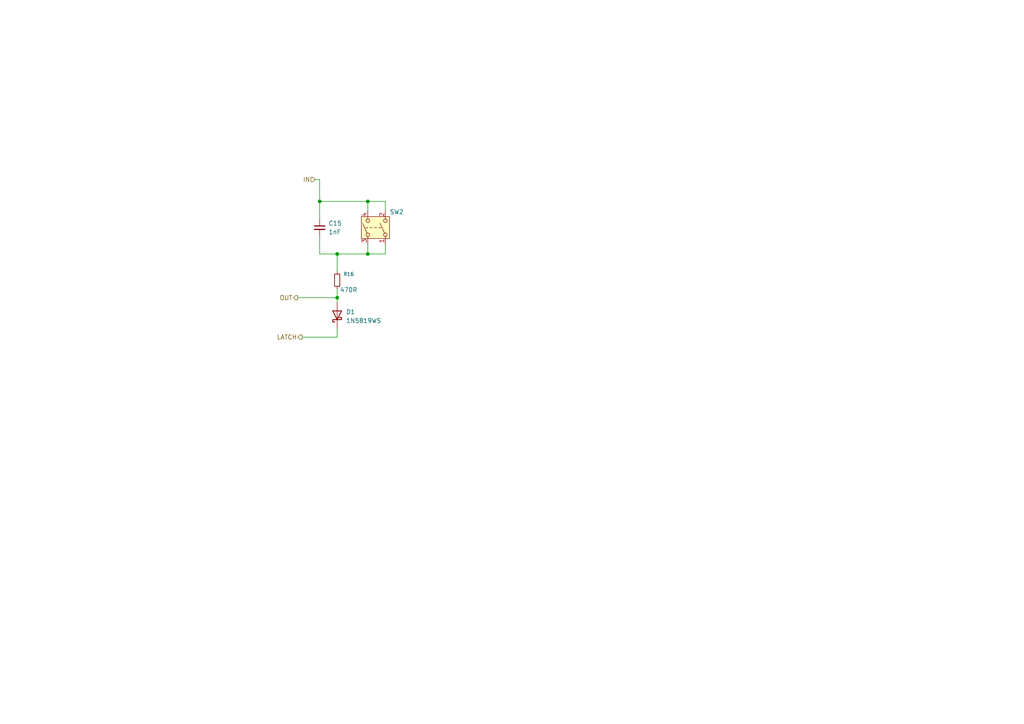
<source format=kicad_sch>
(kicad_sch (version 20250114) (generator "eeschema") (generator_version "9.0")
  (paper "A4")
  (lib_symbols
    (symbol "Device:C_Small" (pin_numbers (hide yes)) (pin_names (offset 0.254) (hide yes))
      (property "Reference" "C" (at 0.254 1.778 0))
      (property "Value" "C_Small" (at 0.254 -2.032 0))
      (symbol "C_Small_0_1"
        (polyline (pts (xy -1.524 0.508) (xy 1.524 0.508)) (stroke (width 0.3048)))
        (polyline (pts (xy -1.524 -0.508) (xy 1.524 -0.508)) (stroke (width 0.3302)))
      )
      (symbol "C_Small_1_1"
        (pin passive line (at 0 2.54 270) (length 2.032) (name "~") (number "1"))
        (pin passive line (at 0 -2.54 90) (length 2.032) (name "~") (number "2"))
      )
    )
    (symbol "Device:R_Small" (pin_numbers (hide yes)) (pin_names (offset 0.254) (hide yes))
      (property "Reference" "R" (at 0 0 90))
      (property "Value" "R_Small" (at 1.778 0 90))
      (symbol "R_Small_0_1"
        (rectangle (start -0.762 1.778) (end 0.762 -1.778) (stroke (width 0.2032)))
      )
      (symbol "R_Small_1_1"
        (pin passive line (at 0 2.54 270) (length 0.762) (name "~") (number "1"))
        (pin passive line (at 0 -2.54 90) (length 0.762) (name "~") (number "2"))
      )
    )
    (symbol "Diode:1N5819WS" (pin_numbers (hide yes)) (pin_names (offset 1.016) (hide yes))
      (property "Reference" "D" (at 0 2.54 0))
      (property "Value" "1N5819WS" (at 0 -2.54 0))
      (symbol "1N5819WS_0_1"
        (polyline (pts (xy -1.905 0.635) (xy -1.905 1.27) (xy -1.27 1.27) (xy -1.27 -1.27) (xy -0.635 -1.27) (xy -0.635 -0.635)) (stroke (width 0.254)))
        (polyline (pts (xy 1.27 1.27) (xy 1.27 -1.27) (xy -1.27 0) (xy 1.27 1.27)) (stroke (width 0.254)))
        (polyline (pts (xy 1.27 0) (xy -1.27 0)))
      )
      (symbol "1N5819WS_1_1"
        (pin passive line (at -3.81 0 0) (length 2.54) (name "K") (number "1"))
        (pin passive line (at 3.81 0 180) (length 2.54) (name "A") (number "2"))
      )
    )
    (symbol "Switch:SW_DPST" (pin_names (offset 0) (hide yes))
      (property "Reference" "SW" (at 0 6.35 0))
      (property "Value" "SW_DPST" (at 0 -5.08 0))
      (symbol "SW_DPST_0_0"
        (circle (center -2.032 2.54) (radius 0.508))
        (circle (center -2.032 -2.54) (radius 0.508))
        (polyline (pts (xy -1.524 2.794) (xy 1.27 4.064)))
        (polyline (pts (xy -1.524 -2.286) (xy 1.27 -1.016)))
        (polyline (pts (xy 0 2.54) (xy 0 3.175)))
        (polyline (pts (xy 0 1.27) (xy 0 1.905)))
        (polyline (pts (xy 0 0) (xy 0 0.635)))
        (polyline (pts (xy 0 -1.27) (xy 0 -0.635)))
        (circle (center 2.032 2.54) (radius 0.508))
        (circle (center 2.032 -2.54) (radius 0.508))
      )
      (symbol "SW_DPST_1_1"
        (rectangle (start -3.175 4.445) (end 3.175 -3.81) (fill (type background)))
        (pin passive line (at -5.08 2.54 0) (length 2.54) (name "3") (number "3"))
        (pin passive line (at -5.08 -2.54 0) (length 2.54) (name "1") (number "1"))
        (pin passive line (at 5.08 2.54 180) (length 2.54) (name "4") (number "4"))
        (pin passive line (at 5.08 -2.54 180) (length 2.54) (name "2") (number "2"))
      )
    )
  )
  (junction (at 97.79 73.66))
  (junction (at 106.68 73.66))
  (junction (at 106.68 58.42))
  (junction (at 92.71 58.42))
  (junction (at 97.79 86.36))
  (wire (pts (xy 106.68 71.12) (xy 106.68 73.66)))
  (wire (pts (xy 106.68 58.42) (xy 92.71 58.42)))
  (wire (pts (xy 97.79 86.36) (xy 97.79 87.63)))
  (wire (pts (xy 92.71 58.42) (xy 92.71 63.5)))
  (wire (pts (xy 91.44 52.07) (xy 92.71 52.07)))
  (wire (pts (xy 97.79 73.66) (xy 97.79 78.74)))
  (wire (pts (xy 106.68 73.66) (xy 111.76 73.66)))
  (wire (pts (xy 106.68 73.66) (xy 97.79 73.66)))
  (wire (pts (xy 97.79 73.66) (xy 92.71 73.66)))
  (wire (pts (xy 92.71 68.58) (xy 92.71 73.66)))
  (wire (pts (xy 97.79 95.25) (xy 97.79 97.79)))
  (wire (pts (xy 111.76 60.96) (xy 111.76 58.42)))
  (wire (pts (xy 111.76 58.42) (xy 106.68 58.42)))
  (wire (pts (xy 97.79 97.79) (xy 87.63 97.79)))
  (wire (pts (xy 97.79 83.82) (xy 97.79 86.36)))
  (wire (pts (xy 86.36 86.36) (xy 97.79 86.36)))
  (wire (pts (xy 106.68 58.42) (xy 106.68 60.96)))
  (wire (pts (xy 92.71 52.07) (xy 92.71 58.42)))
  (wire (pts (xy 111.76 71.12) (xy 111.76 73.66)))
  (hierarchical_label "OUT" (shape output) (at 86.36 86.36 180))
  (hierarchical_label "IN" (shape input) (at 91.44 52.07 180))
  (hierarchical_label "LATCH" (shape output) (at 87.63 97.79 180))
  (symbol (lib_id "Device:C_Small") (at 92.71 66.04 0) (unit 1)
    (property "Reference" "C15" (at 95.25 64.7762 0) (effects (justify left)))
    (property "Value" "1nF" (at 95.25 67.3162 0) (effects (justify left)))
    (property "Footprint" "Capacitor_SMD:C_0603_1608Metric_Pad1.08x0.95mm_HandSolder" (effects (hide yes)))
    (property "Description" "Unpolarized capacitor, small symbol" (effects (hide yes)))
    (property "LCSC" "C1588" (effects (hide yes)))
    (instances (project "Dormo" (path "" (reference "C15") (unit 1)) (path "" (reference "C20") (unit 1)) (path "" (reference "C34") (unit 1)) (path "" (reference "C24") (unit 1)) (path "" (reference "C21") (unit 1)) (path "" (reference "C18") (unit 1)) (path "" (reference "C19") (unit 1)) (path "" (reference "C26") (unit 1)) (path "" (reference "C31") (unit 1)) (path "" (reference "C28") (unit 1)) (path "" (reference "C33") (unit 1)) (path "" (reference "C32") (unit 1)) (path "" (reference "C17") (unit 1)) (path "" (reference "C23") (unit 1)) (path "" (reference "C30") (unit 1)) (path "" (reference "C16") (unit 1)) (path "" (reference "C25") (unit 1)) (path "" (reference "C27") (unit 1)) (path "" (reference "C29") (unit 1)) (path "" (reference "C22") (unit 1))))
  )
  (symbol (lib_id "Switch:SW_DPST") (at 109.22 66.04 90) (unit 1)
    (property "Reference" "SW2" (at 115.062 61.468 90))
    (property "Footprint" "Button_Switch_SMD:SW_Push_1P1T_XKB_TS-1187A" (effects (hide yes)))
    (property "Description" "Double Pole Single Throw (DPST) Switch" (effects (hide yes)))
    (property "LCSC" "C318884" (effects (hide yes)))
    (instances (project "Dormo" (path "" (reference "SW2") (unit 1)) (path "" (reference "SW7") (unit 1)) (path "" (reference "SW21") (unit 1)) (path "" (reference "SW11") (unit 1)) (path "" (reference "SW8") (unit 1)) (path "" (reference "SW5") (unit 1)) (path "" (reference "SW6") (unit 1)) (path "" (reference "SW13") (unit 1)) (path "" (reference "SW18") (unit 1)) (path "" (reference "SW15") (unit 1)) (path "" (reference "SW20") (unit 1)) (path "" (reference "SW19") (unit 1)) (path "" (reference "SW4") (unit 1)) (path "" (reference "SW10") (unit 1)) (path "" (reference "SW17") (unit 1)) (path "" (reference "SW3") (unit 1)) (path "" (reference "SW12") (unit 1)) (path "" (reference "SW14") (unit 1)) (path "" (reference "SW16") (unit 1)) (path "" (reference "SW9") (unit 1))))
  )
  (symbol (lib_id "Diode:1N5819WS") (at 97.79 91.44 90) (unit 1)
    (property "Reference" "D1" (at 100.33 90.4874 90) (effects (justify right)))
    (property "Value" "1N5819WS" (at 100.33 93.0274 90) (effects (justify right)))
    (property "Footprint" "Diode_SMD:D_SOD-323" (effects (hide yes)))
    (property "Datasheet" "https://datasheet.lcsc.com/lcsc/2204281430_Guangdong-Hottech-1N5819WS_C191023.pdf" (effects (hide yes)))
    (property "Description" "40V 600mV@1A 1A SOD-323 Schottky Barrier Diodes, SOD-323" (effects (hide yes)))
    (property "LCSC" "C191023" (effects (hide yes)))
    (instances (project "Dormo" (path "" (reference "D1") (unit 1)) (path "" (reference "D8") (unit 1)) (path "" (reference "D22") (unit 1)) (path "" (reference "D12") (unit 1)) (path "" (reference "D9") (unit 1)) (path "" (reference "D6") (unit 1)) (path "" (reference "D7") (unit 1)) (path "" (reference "D14") (unit 1)) (path "" (reference "D19") (unit 1)) (path "" (reference "D16") (unit 1)) (path "" (reference "D21") (unit 1)) (path "" (reference "D20") (unit 1)) (path "" (reference "D5") (unit 1)) (path "" (reference "D11") (unit 1)) (path "" (reference "D18") (unit 1)) (path "" (reference "D4") (unit 1)) (path "" (reference "D13") (unit 1)) (path "" (reference "D15") (unit 1)) (path "" (reference "D17") (unit 1)) (path "" (reference "D10") (unit 1))))
  )
  (symbol (lib_id "Device:R_Small") (at 97.79 81.28 0) (unit 1)
    (property "Reference" "R16" (at 99.568 79.502 0) (effects (font (size 1.016 1.016)) (justify left)))
    (property "Value" "470R" (at 98.552 84.074 0) (effects (justify left)))
    (property "Footprint" "Resistor_SMD:R_0603_1608Metric_Pad0.98x0.95mm_HandSolder" (effects (hide yes)))
    (property "Description" "Resistor, small symbol" (effects (hide yes)))
    (property "LCSC" "C23179" (effects (hide yes)))
    (instances (project "Dormo" (path "" (reference "R16") (unit 1)) (path "" (reference "R21") (unit 1)) (path "" (reference "R35") (unit 1)) (path "" (reference "R25") (unit 1)) (path "" (reference "R22") (unit 1)) (path "" (reference "R19") (unit 1)) (path "" (reference "R20") (unit 1)) (path "" (reference "R27") (unit 1)) (path "" (reference "R32") (unit 1)) (path "" (reference "R29") (unit 1)) (path "" (reference "R34") (unit 1)) (path "" (reference "R33") (unit 1)) (path "" (reference "R18") (unit 1)) (path "" (reference "R24") (unit 1)) (path "" (reference "R31") (unit 1)) (path "" (reference "R17") (unit 1)) (path "" (reference "R26") (unit 1)) (path "" (reference "R28") (unit 1)) (path "" (reference "R30") (unit 1)) (path "" (reference "R23") (unit 1))))
  )
)
</source>
